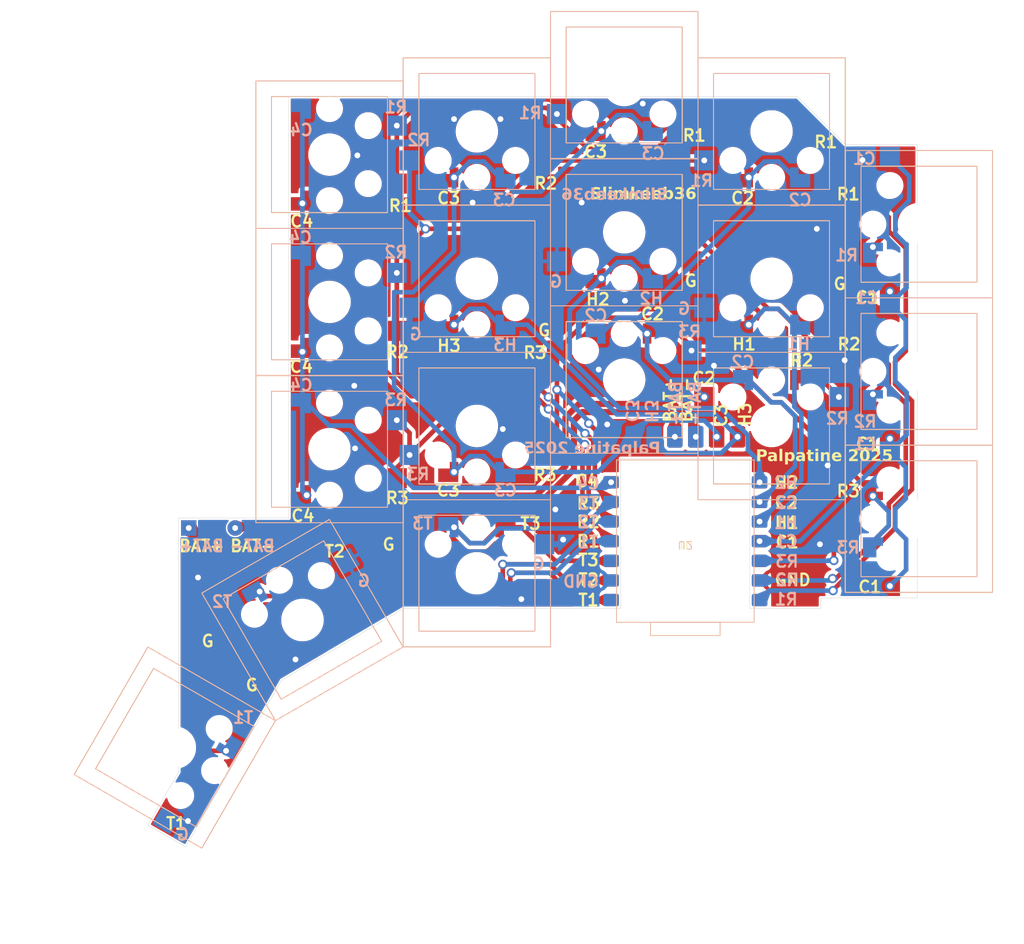
<source format=kicad_pcb>
(kicad_pcb (version 20241229) (generator "pcbnew") (generator_version "9.0")
  (layers (0 "F.Cu" signal) (2 "B.Cu" signal) (13 "F.Paste" user) (15 "B.Paste" user) (5 "F.SilkS" user "F.Silkscreen") (7 "B.SilkS" user "B.Silkscreen") (1 "F.Mask" user) (3 "B.Mask" user) (25 "Edge.Cuts" user))
  (net 0 "")
  (net 2 "/BAT-")
  (net 3 "GND")
  (net 5 "/BAT+")
  (net 8 "/C1")
  (net 9 "/R1")
  (net 10 "/C2")
  (net 11 "/C3")
  (net 12 "/R2")
  (net 13 "/C4")
  (net 14 "/H1")
  (net 15 "/H2")
  (net 16 "/H3")
  (net 17 "/R3")
  (net 18 "/T3")
  (net 19 "/T2")
  (net 20 "/T1")
  (footprint "slimkeeb:choc_v2_swap" (layer "F.Cu") (at 88.1 60.05)
    (property "Reference" "U10")
    (property "Value" "~")
  )
  (footprint "slimkeeb:choc_v2_swap" (layer "F.Cu") (at 30 126.7 60)
    (property "Reference" "U20")
    (property "Value" "~")
  )
  (footprint "slimkeeb:choc_v2_swap" (layer "F.Cu") (at 107.15 47)
    (property "Reference" "U4")
    (property "Value" "~")
  )
  (footprint "slimkeeb:choc_v2_swap" (layer "F.Cu") (at 107.15 85.1 180)
    (property "Reference" "U14")
    (property "Value" "~")
  )
  (footprint "slimkeeb:choc_v2_swap" (layer "F.Cu") (at 107.15 66.05)
    (property "Reference" "U9")
    (property "Value" "~")
  )
  (footprint "slimkeeb:choc_v2_swap" (layer "F.Cu") (at 88.1 79.1 180)
    (property "Reference" "U15")
    (property "Value" "~")
  )
  (footprint "slimkeeb:choc_v2_swap" (layer "F.Cu") (at 88.1 41)
    (property "Reference" "U5")
    (property "Value" "~")
  )
  (footprint "slimkeeb:choc_v2_swap" (layer "F.Cu") (at 126.2 59 -90)
    (property "Reference" "U3")
    (property "Value" "~")
  )
  (footprint "slimkeeb:choc_v2_swap" (layer "F.Cu") (at 50 50)
    (property "Reference" "U7")
    (property "Value" "~")
  )
  (footprint "slimkeeb:choc_v2_swap" (layer "F.Cu") (at 69.05 104.15 180)
    (property "Reference" "U18")
    (property "Value" "~")
  )
  (footprint "slimkeeb:seeed xiao nRF52840_reverse" (layer "F.Cu") (at 96 100 180)
    (property "Reference" "U1")
    (property "Value" "~")
  )
  (footprint "slimkeeb:choc_v2_swap" (layer "F.Cu") (at 50 88.1)
    (property "Reference" "U17")
    (property "Value" "~")
  )
  (footprint "slimkeeb:choc_v2_swap" (layer "F.Cu") (at 50 69.05)
    (property "Reference" "U12")
    (property "Value" "~")
  )
  (footprint "slimkeeb:choc_v2_swap" (layer "F.Cu") (at 126.2 97.1 -90)
    (property "Reference" "U13")
    (property "Value" "~")
  )
  (footprint "slimkeeb:choc_v2_swap" (layer "F.Cu") (at 69.05 66.05)
    (property "Reference" "U11")
    (property "Value" "~")
  )
  (footprint "slimkeeb:choc_v2_swap" (layer "F.Cu") (at 69.05 85.1)
    (property "Reference" "U16")
    (property "Value" "~")
  )
  (footprint "slimkeeb:choc_v2_swap" (layer "F.Cu") (at 46.5 110.2 -150)
    (property "Reference" "U19")
    (property "Value" "~")
  )
  (footprint "slimkeeb:choc_v2_swap" (layer "F.Cu") (at 126.2 78.05 -90)
    (property "Reference" "U8")
    (property "Value" "~")
  )
  (footprint "slimkeeb:choc_v2_swap" (layer "F.Cu") (at 69.05 47)
    (property "Reference" "U6")
    (property "Value" "~")
  )
  (footprint "slimkeeb:wide_jumper" (layer "F.Cu") (at 34.8 98.3)
    (property "Reference" "U39")
    (property "Value" "~" (hide yes))
  )
  (footprint "slimkeeb:choc_v2_swap" (layer "B.Cu") (at 107.15 66.05 180)
    (property "Reference" "U27")
    (property "Value" "~")
  )
  (footprint "slimkeeb:choc_v2_swap" (layer "B.Cu") (at 50 50)
    (property "Reference" "U25")
    (property "Value" "~")
  )
  (footprint "slimkeeb:choc_v2_swap" (layer "B.Cu") (at 107.15 85.1)
    (property "Reference" "U32")
    (property "Value" "~")
  )
  (footprint "slimkeeb:choc_v2_swap" (layer "B.Cu") (at 88.1 41 180)
    (property "Reference" "U23")
    (property "Value" "~")
  )
  (footprint "slimkeeb:choc_v2_swap" (layer "B.Cu") (at 50 69.05)
    (property "Reference" "U30")
    (property "Value" "~")
  )
  (footprint "slimkeeb:seeed xiao nRF52840_reverse" (layer "B.Cu") (at 96 100)
    (property "Reference" "U2")
    (property "Value" "~")
  )
  (footprint "slimkeeb:choc_v2_swap" (layer "B.Cu") (at 69.05 85.1 180)
    (property "Reference" "U34")
    (property "Value" "~")
  )
  (footprint "slimkeeb:choc_v2_swap" (layer "B.Cu") (at 88.1 79.1)
    (property "Reference" "U33")
    (property "Value" "~")
  )
  (footprint "slimkeeb:choc_v2_swap" (layer "B.Cu") (at 69.05 66.05 180)
    (property "Reference" "U29")
    (property "Value" "~")
  )
  (footprint "slimkeeb:wide_jumper" (layer "B.Cu") (at 34.8 98.3)
    (property "Reference" "U40")
    (property "Value" "~" (hide yes))
  )
  (footprint "slimkeeb:choc_v2_swap" (layer "B.Cu") (at 126.2 78.05 90)
    (property "Reference" "U26")
    (property "Value" "~")
  )
  (footprint "slimkeeb:choc_v2_swap" (layer "B.Cu") (at 50 88.1)
    (property "Reference" "U35")
    (property "Value" "~")
  )
  (footprint "slimkeeb:choc_v2_swap" (layer "B.Cu") (at 107.15 47 180)
    (property "Reference" "U22")
    (property "Value" "~")
  )
  (footprint "slimkeeb:choc_v2_swap" (layer "B.Cu") (at 69.05 104.15)
    (property "Reference" "U36")
    (property "Value" "~")
  )
  (footprint "slimkeeb:choc_v2_swap" (layer "B.Cu") (at 30 126.7 -120)
    (property "Reference" "U38")
    (property "Value" "~")
  )
  (footprint "slimkeeb:choc_v2_swap" (layer "B.Cu") (at 88.1 60.05 180)
    (property "Reference" "U28")
    (property "Value" "~")
  )
  (footprint "slimkeeb:choc_v2_swap" (layer "B.Cu") (at 69.05 47 180)
    (property "Reference" "U24")
    (property "Value" "~")
  )
  (footprint "slimkeeb:choc_v2_swap" (layer "B.Cu") (at 46.5 110.2 30)
    (property "Reference" "U37")
    (property "Value" "~")
  )
  (footprint "slimkeeb:choc_v2_swap" (layer "B.Cu") (at 126.2 59 90)
    (property "Reference" "U21")
    (property "Value" "~")
  )
  (footprint "slimkeeb:choc_v2_swap" (layer "B.Cu") (at 126.2 97.1 90)
    (property "Reference" "U31")
    (property "Value" "~")
  )
  (gr_line (start 30.5 97) (end 44.75 97) (stroke (width 0.05)) (layer "Edge.Cuts"))
  (gr_line (start 110.5 42.5) (end 116.7 48.7) (stroke (width 0.05)) (layer "Edge.Cuts"))
  (gr_line (start 43.822932 117.986528) (end 31.416197 139.545475) (stroke (width 0.05)) (layer "Edge.Cuts"))
  (gr_line (start 113.5 108.7) (end 104.35 108.7) (stroke (width 0.05)) (layer "Edge.Cuts"))
  (gr_line (start 104.35 89.3) (end 87.65 89.3) (stroke (width 0.05)) (layer "Edge.Cuts"))
  (gr_line (start 26.528316 136.737542) (end 30.5 129.861194) (stroke (width 0.05)) (layer "Edge.Cuts"))
  (gr_line (start 113.5 107.35) (end 113.5 108.7) (stroke (width 0.05)) (layer "Edge.Cuts"))
  (gr_line (start 126 48.7) (end 126 107.35) (stroke (width 0.05)) (layer "Edge.Cuts"))
  (gr_line (start 44.75 42.5) (end 110.5 42.5) (stroke (width 0.05)) (layer "Edge.Cuts"))
  (gr_line (start 59.629787 108.7) (end 43.822932 117.986528) (stroke (width 0.05)) (layer "Edge.Cuts"))
  (gr_line (start 44.75 97) (end 44.75 42.5) (stroke (width 0.05)) (layer "Edge.Cuts"))
  (gr_line (start 87.65 89.3) (end 87.65 108.7) (stroke (width 0.05)) (layer "Edge.Cuts"))
  (gr_line (start 31.416197 139.545475) (end 26.528316 136.737542) (stroke (width 0.05)) (layer "Edge.Cuts"))
  (gr_line (start 30.5 129.861194) (end 30.5 97) (stroke (width 0.05)) (layer "Edge.Cuts"))
  (gr_line (start 87.65 108.7) (end 59.629787 108.7) (stroke (width 0.05)) (layer "Edge.Cuts"))
  (gr_line (start 116.7 48.7) (end 126 48.7) (stroke (width 0.05)) (layer "Edge.Cuts"))
  (gr_line (start 104.35 108.7) (end 104.35 89.3) (stroke (width 0.05)) (layer "Edge.Cuts"))
  (gr_line (start 126 107.35) (end 113.5 107.35) (stroke (width 0.05)) (layer "Edge.Cuts"))
  (gr_text "H3" (at 104.6 85.3 90) (layer "F.SilkS") (effects (font (size 1.5 1.5) (thickness 0.3) (bold yes)) (justify left bottom)))
  (gr_text "C2" (at 90.1 71.5 0) (layer "F.SilkS") (effects (font (size 1.5 1.5) (thickness 0.3) (bold yes)) (justify left bottom)))
  (gr_text "R3" (at 81.8 96 0) (layer "F.SilkS") (effects (font (size 1.5 1.5) (thickness 0.3) (bold yes)) (justify left bottom)))
  (gr_text "G" (at 76.8 73.6 0) (layer "F.SilkS") (effects (font (size 1.5 1.5) (thickness 0.3) (bold yes)) (justify left bottom)))
  (gr_text "C3" (at 101.5 85.4 90) (layer "F.SilkS") (effects (font (size 1.5 1.5) (thickness 0.3) (bold yes)) (justify left bottom)))
  (gr_text "C3" (at 63.7 94.3 0) (layer "F.SilkS") (effects (font (size 1.5 1.5) (thickness 0.3) (bold yes)) (justify left bottom)))
  (gr_text "GND" (at 107.4 105.9 0) (layer "F.SilkS") (effects (font (size 1.5 1.5) (thickness 0.3) (bold yes)) (justify left bottom)))
  (gr_text "R3\n" (at 57.1 95.3 0) (layer "F.SilkS") (effects (font (size 1.5 1.5) (thickness 0.3) (bold yes)) (justify left bottom)))
  (gr_text "C1" (at 118.2 106.8 0) (layer "F.SilkS") (effects (font (size 1.5 1.5) (thickness 0.3) (bold yes)) (justify left bottom)))
  (gr_text "G" (at 115 67.6 0) (layer "F.SilkS") (effects (font (size 1.5 1.5) (thickness 0.3) (bold yes)) (justify left bottom)))
  (gr_text "R3\n" (at 115.4 94.4 0) (layer "F.SilkS") (effects (font (size 1.5 1.5) (thickness 0.3) (bold yes)) (justify left bottom)))
  (gr_text "R1" (at 112.5 49.25 0) (layer "F.SilkS") (effects (font (size 1.5 1.5) (thickness 0.3) (bold yes)) (justify left bottom)))
  (gr_text "G" (at 95.75 67.2 0) (layer "F.SilkS") (effects (font (size 1.5 1.5) (thickness 0.3) (bold yes)) (justify left bottom)))
  (gr_text "R1" (at 115.4 56 0) (layer "F.SilkS") (effects (font (size 1.5 1.5) (thickness 0.3) (bold yes)) (justify left bottom)))
  (gr_text "Slimkeeb36" (at 83.7 56 0) (layer "F.SilkS") (effects (font (size 1.5 1.5) (thickness 0.3) (bold yes)) (justify left bottom)))
  (gr_text "BAT-" (at 97 84.8 90) (layer "F.SilkS") (effects (font (size 1.5 1.5) (thickness 0.3) (bold yes)) (justify left bottom)))
  (gr_text "H2" (at 83 69.6 0) (layer "F.SilkS") (effects (font (size 1.5 1.5) (thickness 0.3) (bold yes)) (justify left bottom)))
  (gr_text "T3" (at 74.5 98.6 0) (layer "F.SilkS") (effects (font (size 1.5 1.5) (thickness 0.3) (bold yes)) (justify left bottom)))
  (gr_text "C4" (at 81.6 93.1 0) (layer "F.SilkS") (effects (font (size 1.5 1.5) (thickness 0.3) (bold yes)) (justify left bottom)))
  (gr_text "R3\n" (at 74.9 76.5 0) (layer "F.SilkS") (effects (font (size 1.5 1.5) (thickness 0.3) (bold yes)) (justify left bottom)))
  (gr_text "H1" (at 101.9 75.4 0) (layer "F.SilkS") (effects (font (size 1.5 1.5) (thickness 0.3) (bold yes)) (justify left bottom)))
  (gr_text "BAT+" (at 30.4 101.5 0) (layer "F.SilkS") (effects (font (size 1.5 1.5) (thickness 0.3) (bold yes)) (justify left bottom)))
  (gr_text "R2" (at 115.5 75.4 0) (layer "F.SilkS") (effects (font (size 1.5 1.5) (thickness 0.3) (bold yes)) (justify left bottom)))
  (gr_text "C3" (at 63.75 56.5 0) (layer "F.SilkS") (effects (font (size 1.5 1.5) (thickness 0.3) (bold yes)) (justify left bottom)))
  (gr_text "G" (at 33.3 113.8 0) (layer "F.SilkS") (effects (font (size 1.5 1.5) (thickness 0.3) (bold yes)) (justify left bottom)))
  (gr_text "R2" (at 76.3 54.6 0) (layer "F.SilkS") (effects (font (size 1.5 1.5) (thickness 0.3) (bold yes)) (justify left bottom)))
  (gr_text "R2" (at 81.8 98.4 0) (layer "F.SilkS") (effects (font (size 1.5 1.5) (thickness 0.3) (bold yes)) (justify left bottom)))
  (gr_text "G" (at 56.7 101.3 0) (layer "F.SilkS") (effects (font (size 1.5 1.5) (thickness 0.3) (bold yes)) (justify left bottom)))
  (gr_text "C4" (at 44.7 78.3 0) (layer "F.SilkS") (effects (font (size 1.5 1.5) (thickness 0.3) (bold yes)) (justify left bottom)))
  (gr_text "C2" (at 96.75 79.8 0) (layer "F.SilkS") (effects (font (size 1.5 1.5) (thickness 0.3) (bold yes)) (justify left bottom)))
  (gr_text "R2" (at 109.4 77.5 0) (layer "F.SilkS") (effects (font (size 1.5 1.5) (thickness 0.3) (bold yes)) (justify left bottom)))
  (gr_text "R1" (at 95.5 48.4 0) (layer "F.SilkS") (effects (font (size 1.5 1.5) (thickness 0.3) (bold yes)) (justify left bottom)))
  (gr_text "H2" (at 107.4 93.3 0) (layer "F.SilkS") (effects (font (size 1.5 1.5) (thickness 0.3) (bold yes)) (justify left bottom)))
  (gr_text "C1" (at 117.9 88.3 0) (layer "F.SilkS") (effects (font (size 1.5 1.5) (thickness 0.3) (bold yes)) (justify left bottom)))
  (gr_text "Palpatine 2025" (at 105.1 89.9 0) (layer "F.SilkS") (effects (font (size 1.5 1.5) (thickness 0.3) (bold yes)) (justify left bottom)))
  (gr_text "C2" (at 107.4 95.9 0) (layer "F.SilkS") (effects (font (size 1.5 1.5) (thickness 0.3) (bold yes)) (justify left bottom)))
  (gr_text "T1" (at 28.7 137.4 0) (layer "F.SilkS") (effects (font (size 1.5 1.5) (thickness 0.3) (bold yes)) (justify left bottom)))
  (gr_text "R1" (at 81.8 100.9 0) (layer "F.SilkS") (effects (font (size 1.5 1.5) (thickness 0.3) (bold yes)) (justify left bottom)))
  (gr_text "T1" (at 82 108.5 0) (layer "F.SilkS") (effects (font (size 1.5 1.5) (thickness 0.3) (bold yes)) (justify left bottom)))
  (gr_text "H3" (at 63.75 75.6 0) (layer "F.SilkS") (effects (font (size 1.5 1.5) (thickness 0.3) (bold yes)) (justify left bottom)))
  (gr_text "BAT+" (at 94.9 84.8 90) (layer "F.SilkS") (effects (font (size 1.5 1.5) (thickness 0.3) (bold yes)) (justify left bottom)))
  (gr_text "C4" (at 44.9 97.6 0) (layer "F.SilkS") (effects (font (size 1.5 1.5) (thickness 0.3) (bold yes)) (justify left bottom)))
  (gr_text "BAT-" (at 37 101.5 0) (layer "F.SilkS") (effects (font (size 1.5 1.5) (thickness 0.3) (bold yes)) (justify left bottom)))
  (gr_text "R2" (at 57.1 76.4 0) (layer "F.SilkS") (effects (font (size 1.5 1.5) (thickness 0.3) (bold yes)) (justify left bottom)))
  (gr_text "T2" (at 49.2 102.2 0) (layer "F.SilkS") (effects (font (size 1.5 1.5) (thickness 0.3) (bold yes)) (justify left bottom)))
  (gr_text "H1" (at 107.4 98.5 0) (layer "F.SilkS") (effects (font (size 1.5 1.5) (thickness 0.3) (bold yes)) (justify left bottom)))
  (gr_text "C1" (at 117.85 69.37 0) (layer "F.SilkS") (effects (font (size 1.5 1.5) (thickness 0.3) (bold yes)) (justify left bottom)))
  (gr_text "T2" (at 82 105.861731 0) (layer "F.SilkS") (effects (font (size 1.5 1.5) (thickness 0.3) (bold yes)) (justify left bottom)))
  (gr_text "R3\n" (at 76.2 92.3 0) (layer "F.SilkS") (effects (font (size 1.5 1.5) (thickness 0.3) (bold yes)) (justify left bottom)))
  (gr_text "R1" (at 57.5 57.5 0) (layer "F.SilkS") (effects (font (size 1.5 1.5) (thickness 0.3) (bold yes)) (justify left bottom)))
  (gr_text "T3" (at 82 103.321731 0) (layer "F.SilkS") (effects (font (size 1.5 1.5) (thickness 0.3) (bold yes)) (justify left bottom)))
  (gr_text "C2" (at 101.75 56.5 0) (layer "F.SilkS") (effects (font (size 1.5 1.5) (thickness 0.3) (bold yes)) (justify left bottom)))
  (gr_text "C1" (at 107.5 101 0) (layer "F.SilkS") (effects (font (size 1.5 1.5) (thickness 0.3) (bold yes)) (justify left bottom)))
  (gr_text "C3" (at 82.75 50.5 0) (layer "F.SilkS") (effects (font (size 1.5 1.5) (thickness 0.3) (bold yes)) (justify left bottom)))
  (gr_text "G" (at 39 119.5 0) (layer "F.SilkS") (effects (font (size 1.5 1.5) (thickness 0.3) (bold yes)) (justify left bottom)))
  (gr_text "C4" (at 44.75 59.5 0) (layer "F.SilkS") (effects (font (size 1.5 1.5) (thickness 0.3) (bold yes)) (justify left bottom)))
  (gr_text "C3" (at 74.4 94.3 0) (layer "B.SilkS") (effects (font (size 1.5 1.5) (thickness 0.3) (bold yes)) (justify left bottom mirror)))
  (gr_text "C1" (at 110.7 100.9 0) (layer "B.SilkS") (effects (font (size 1.5 1.5) (thickness 0.3) (bold yes)) (justify left bottom mirror)))
  (gr_text "R3" (at 110.8 103.5 0) (layer "B.SilkS") (effects (font (size 1.5 1.5) (thickness 0.3) (bold yes)) (justify left bottom mirror)))
  (gr_text "H2" (at 93.3 69.5 0) (layer "B.SilkS") (effects (font (size 1.5 1.5) (thickness 0.3) (bold yes)) (justify left bottom mirror)))
  (gr_text "C1" (at 121.1 69.4 0) (layer "B.SilkS") (effects (font (size 1.5 1.5) (thickness 0.3) (bold yes)) (justify left bottom mirror)))
  (gr_text "C4" (at 85.1 93.4 0) (layer "B.SilkS") (effects (font (size 1.5 1.5) (thickness 0.3) (bold yes)) (justify left bottom mirror)))
  (gr_text "R3" (at 98.2 73.8 0) (layer "B.SilkS") (effects (font (size 1.5 1.5) (thickness 0.3) (bold yes)) (justify left bottom mirror)))
  (gr_text "Palpatine 2025" (at 92.8 88.9 0) (layer "B.SilkS") (effects (font (size 1.5 1.5) (thickness 0.3) (bold yes)) (justify left bottom mirror)))
  (gr_text "H1" (at 110.7 98.5 0) (layer "B.SilkS") (effects (font (size 1.5 1.5) (thickness 0.3) (bold yes)) (justify left bottom mirror)))
  (gr_text "C1" (at 120.9 88.33 0) (layer "B.SilkS") (effects (font (size 1.5 1.5) (thickness 0.3) (bold yes)) (justify left bottom mirror)))
  (gr_text "BAT-" (at 43.1 101.5 0) (layer "B.SilkS") (effects (font (size 1.5 1.5) (thickness 0.3) (bold yes)) (justify left bottom mirror)))
  (gr_text "R1" (at 110.7 108.4 0) (layer "B.SilkS") (effects (font (size 1.5 1.5) (thickness 0.3) (bold yes)) (justify left bottom mirror)))
  (gr_text "C3" (at 93.5 50.75 0) (layer "B.SilkS") (effects (font (size 1.5 1.5) (thickness 0.3) (bold yes)) (justify left bottom mirror)))
  (gr_text "BAT+" (at 95.6 79.1 90) (layer "B.SilkS") (effects (font (size 1.5 1.5) (thickness 0.3) (bold yes)) (justify left bottom mirror)))
  (gr_text "C3" (at 74.25 56.75 0) (layer "B.SilkS") (effects (font (size 1.5 1.5) (thickness 0.3) (bold yes)) (justify left bottom mirror)))
  (gr_text "R1" (at 118.5 63.9 0) (layer "B.SilkS") (effects (font (size 1.5 1.5) (thickness 0.3) (bold yes)) (justify left bottom mirror)))
  (gr_text "T3" (at 84.9 96 0) (layer "B.SilkS") (effects (font (size 1.5 1.5) (thickness 0.3) (bold yes)) (justify left bottom mirror)))
  (gr_text "R2" (at 120.9 85.4 0) (layer "B.SilkS") (effects (font (size 1.5 1.5) (thickness 0.3) (bold yes)) (justify left bottom mirror)))
  (gr_text "R2" (at 63.2 49 0) (layer "B.SilkS") (effects (font (size 1.5 1.5) (thickness 0.3) (bold yes)) (justify left bottom mirror)))
  (gr_text "H3" (at 90.7 84.9 270) (layer "B.SilkS") (effects (font (size 1.5 1.5) (thickness 0.3) (bold yes)) (justify left bottom mirror)))
  (gr_text "T1" (at 40.3 123.7 0) (layer "B.SilkS") (effects (font (size 1.5 1.5) (thickness 0.3) (bold yes)) (justify left bottom mirror)))
  (gr_text "C2" (at 105.1 77.7 0) (layer "B.SilkS") (effects (font (size 1.5 1.5) (thickness 0.3) (bold yes)) (justify left bottom mirror)))
  (gr_text "C2" (at 86.1 71.7 0) (layer "B.SilkS") (effects (font (size 1.5 1.5) (thickness 0.3) (bold yes)) (justify left bottom mirror)))
  (gr_text "H3" (at 74.4 75.5 0) (layer "B.SilkS") (effects (font (size 1.5 1.5) (thickness 0.3) (bold yes)) (justify left bottom mirror)))
  (gr_text "R1" (at 60.25 44.75 0) (layer "B.SilkS") (effects (font (size 1.5 1.5) (thickness 0.3) (bold yes)) (justify left bottom mirror)))
  (gr_text "H1" (at 112.3 75.4 0) (layer "B.SilkS") (effects (font (size 1.5 1.5) (thickness 0.3) (bold yes)) (justify left bottom mirror)))
  (gr_text "R3" (at 63.1 92.2 0) (layer "B.SilkS") (effects (font (size 1.5 1.5) (thickness 0.3) (bold yes)) (justify left bottom mirror)))
  (gr_text "G" (at 96.8 70.8 0) (layer "B.SilkS") (effects (font (size 1.5 1.5) (thickness 0.3) (bold yes)) (justify left bottom mirror)))
  (gr_text "C4" (at 47.9 61.6 0) (layer "B.SilkS") (effects (font (size 1.5 1.5) (thickness 0.3) (bold yes)) (justify left bottom mirror)))
  (gr_text "T2" (at 37.6 108.7 0) (layer "B.SilkS") (effects (font (size 1.5 1.5) (thickness 0.3) (bold yes)) (justify left bottom mirror)))
  (gr_text "BAT-" (at 98.1 79.1 90) (layer "B.SilkS") (effects (font (size 1.5 1.5) (thickness 0.3) (bold yes)) (justify left bottom mirror)))
  (gr_text "C4" (at 48 47.7 0) (layer "B.SilkS") (effects (font (size 1.5 1.5) (thickness 0.3) (bold yes)) (justify left bottom mirror)))
  (gr_text "T1" (at 84.9 101 0) (layer "B.SilkS") (effects (font (size 1.5 1.5) (thickness 0.3) (bold yes)) (justify left bottom mirror)))
  (gr_text "G" (at 78 103.8 0) (layer "B.SilkS") (effects (font (size 1.5 1.5) (thickness 0.3) (bold yes)) (justify left bottom mirror)))
  (gr_text "H2" (at 110.7 93.3 0) (layer "B.SilkS") (effects (font (size 1.5 1.5) (thickness 0.3) (bold yes)) (justify left bottom mirror)))
  (gr_text "R1" (at 99.75 54.25 0) (layer "B.SilkS") (effects (font (size 1.5 1.5) (thickness 0.3) (bold yes)) (justify left bottom mirror)))
  (gr_text "R3" (at 118.7 101.7 0) (layer "B.SilkS") (effects (font (size 1.5 1.5) (thickness 0.3) (bold yes)) (justify left bottom mirror)))
  (gr_text "G" (at 55.4 106 0) (layer "B.SilkS") (effects (font (size 1.5 1.5) (thickness 0.3) (bold yes)) (justify left bottom mirror)))
  (gr_text "G" (at 80.25 67.3 0) (layer "B.SilkS") (effects (font (size 1.5 1.5) (thickness 0.3) (bold yes)) (justify left bottom mirror)))
  (gr_text "C4" (at 48 80.7 0) (layer "B.SilkS") (effects (font (size 1.5 1.5) (thickness 0.3) (bold yes)) (justify left bottom mirror)))
  (gr_text "R3" (at 60.25 82.6 0) (layer "B.SilkS") (effects (font (size 1.5 1.5) (thickness 0.3) (bold yes)) (justify left bottom mirror)))
  (gr_text "R2" (at 110.8 105.9 0) (layer "B.SilkS") (effects (font (size 1.5 1.5) (thickness 0.3) (bold yes)) (justify left bottom mirror)))
  (gr_text "R1" (at 77.6 45.5 0) (layer "B.SilkS") (effects (font (size 1.5 1.5) (thickness 0.3) (bold yes)) (justify left bottom mirror)))
  (gr_text "R2" (at 60.25 63.5 0) (layer "B.SilkS") (effects (font (size 1.5 1.5) (thickness 0.3) (bold yes)) (justify left bottom mirror)))
  (gr_text "T2" (at 84.9 98.4 0) (layer "B.SilkS") (effects (font (size 1.5 1.5) (thickness 0.3) (bold yes)) (justify left bottom mirror)))
  (gr_text "R2" (at 117.3 85 0) (layer "B.SilkS") (effects (font (size 1.5 1.5) (thickness 0.3) (bold yes)) (justify left bottom mirror)))
  (gr_text "BAT+" (at 36.5 101.5 0) (layer "B.SilkS") (effects (font (size 1.5 1.5) (thickness 0.3) (bold yes)) (justify left bottom mirror)))
  (gr_text "GND" (at 85 106.1 0) (layer "B.SilkS") (effects (font (size 1.5 1.5) (thickness 0.3) (bold yes)) (justify left bottom mirror)))
  (gr_text "T3" (at 63.5 98.6 0) (layer "B.SilkS") (effects (font (size 1.5 1.5) (thickness 0.3) (bold yes)) (justify left bottom mirror)))
  (gr_text "C2" (at 112.5 56.75 0) (layer "B.SilkS") (effects (font (size 1.5 1.5) (thickness 0.3) (bold yes)) (justify left bottom mirror)))
  (gr_text "G" (at 65.25 101.5 0) (layer "B.SilkS") (effects (font (size 1.5 1.5) (thickness 0.3) (bold yes)) (justify left bottom mirror)))
  (gr_text "G" (at 62.1 74.1 0) (layer "B.SilkS") (effects (font (size 1.5 1.5) (thickness 0.3) (bold yes)) (justify left bottom mirror)))
  (gr_text "C2" (at 110.7 95.9 0) (layer "B.SilkS") (effects (font (size 1.5 1.5) (thickness 0.3) (bold yes)) (justify left bottom mirror)))
  (gr_text "Slimkeeb36" (at 93.712056 56.1 0) (layer "B.SilkS") (effects (font (size 1.5 1.5) (thickness 0.3) (bold yes)) (justify left bottom mirror)))
  (gr_text "C3" (at 88.2 84.8 270) (layer "B.SilkS") (effects (font (size 1.5 1.5) (thickness 0.3) (bold yes)) (justify left bottom mirror)))
  (gr_text "C1" (at 120.8 51.4 0) (layer "B.SilkS") (effects (font (size 1.5 1.5) (thickness 0.3) (bold yes)) (justify left bottom mirror)))
  (gr_text "G" (at 32 138.8 0) (layer "B.SilkS") (effects (font (size 1.5 1.5) (thickness 0.3) (bold yes)) (justify left bottom mirror)))
  (segment (start 82.249 82.251) (end 94.500999 82.251) (width 0.8) (layer "F.Cu") (net 2))
  (segment (start 76.702 94.1) (end 80.501 90.301) (width 0.8) (layer "F.Cu") (net 2))
  (segment (start 51 98.3) (end 55.2 94.1) (width 0.8) (layer "F.Cu") (net 2))
  (segment (start 94.500999 82.251) (end 97.35 85.100001) (width 0.8) (layer "F.Cu") (net 2))
  (segment (start 80.501 83.999) (end 82.249 82.251) (width 0.8) (layer "F.Cu") (net 2))
  (segment (start 97.35 85.100001) (end 97.35 86.5) (width 0.8) (layer "F.Cu") (net 2))
  (segment (start 37.8 98.3) (end 51 98.3) (width 0.8) (layer "F.Cu") (net 2))
  (segment (start 55.2 94.1) (end 76.702 94.1) (width 0.8) (layer "F.Cu") (net 2))
  (segment (start 80.501 90.301) (end 80.501 83.999) (width 0.8) (layer "F.Cu") (net 2))
  (via (at 97.35 86.5) (size 1.2) (drill 0.75) (layers "F.Cu" "B.Cu") (net 2))
  (via (at 37.8 98.3) (size 1.2) (drill 0.75) (layers "F.Cu" "B.Cu") (net 2))
  (via (at 113.4 100.4) (size 1.2) (drill 0.75) (layers "F.Cu" "B.Cu") (net 3))
  (via (at 116.6 76.6) (size 1.2) (drill 0.75) (layers "F.Cu" "B.Cu") (net 3))
  (via (at 90.5 43.4) (size 1.2) (drill 0.75) (layers "F.Cu" "B.Cu") (net 3))
  (via (at 53.2 79.9) (size 1.2) (drill 0.75) (layers "F.Cu" "B.Cu") (net 3))
  (via (at 114.4 90.2) (size 1.2) (drill 0.75) (layers "F.Cu" "B.Cu") (net 3))
  (via (at 85.9 84.9) (size 1.2) (drill 0.75) (layers "F.Cu" "B.Cu") (net 3))
  (via (at 74.8 107.5) (size 1.2) (drill 0.75) (layers "F.Cu" "B.Cu") (net 3))
  (via (at 84.8 77.8) (size 1.2) (drill 0.75) (layers "F.Cu" "B.Cu") (net 3))
  (via (at 99.7 77.3) (size 1.2) (drill 0.75) (layers "F.Cu" "B.Cu") (net 3))
  (via (at 80.2 99.8) (size 1.2) (drill 0.75) (layers "F.Cu" "B.Cu") (net 3))
  (via (at 45.6 115.3) (size 1.2) (drill 0.75) (layers "F.Cu" "B.Cu") (net 3))
  (via (at 113 59.6) (size 1.2) (drill 0.75) (layers "F.Cu" "B.Cu") (net 3))
  (via (at 66.1 45.4) (size 1.2) (drill 0.75) (layers "F.Cu" "B.Cu") (net 3))
  (via (at 82.6 56.2) (size 1.2) (drill 0.75) (layers "F.Cu" "B.Cu") (net 3))
  (via (at 79.2 95.9) (size 1.2) (drill 0.75) (layers "F.Cu" "B.Cu") (net 3))
  (via (at 68.5 56.2) (size 1.2) (drill 0.75) (layers "F.Cu" "B.Cu") (net 3))
  (via (at 72.4 85.5) (size 1.2) (drill 0.75) (layers "F.Cu" "B.Cu") (net 3))
  (via (at 53.6 50.1) (size 1.2) (drill 0.75) (layers "F.Cu" "B.Cu") (net 3))
  (via (at 53.3 88) (size 1.2) (drill 0.75) (layers "F.Cu" "B.Cu") (net 3))
  (via (at 31.7 136.2) (size 1.2) (drill 0.75) (layers "F.Cu" "B.Cu") (net 3))
  (via (at 118.9 50.7) (size 1.2) (drill 0.75) (layers "F.Cu" "B.Cu") (net 3))
  (via (at 72.1 45.4) (size 1.2) (drill 0.75) (layers "F.Cu" "B.Cu") (net 3))
  (via (at 88.2 68.9) (size 1.2) (drill 0.75) (layers "F.Cu" "B.Cu") (net 3))
  (via (at 33 104.7) (size 1.2) (drill 0.75) (layers "F.Cu" "B.Cu") (net 3))
  (segment (start 31.609421 136.109421) (end 31.7 136.2) (width 0.8) (layer "B.Cu") (net 3))
  (segment (start 60.5 69.8) (end 62.5 67.8) (width 0.8) (layer "B.Cu") (net 3))
  (segment (start 30.109421 136.109421) (end 30.7 136.7) (width 0.8) (layer "B.Cu") (net 3))
  (segment (start 60.35 71.95) (end 60.35 69.8) (width 0.8) (layer "B.Cu") (net 3))
  (segment (start 28.897595 136.109421) (end 30.109421 136.109421) (width 0.8) (layer "B.Cu") (net 3))
  (segment (start 79.6 100.4) (end 80.2 99.8) (width 0.8) (layer "B.Cu") (net 3))
  (segment (start 60.35 71.95) (end 60.4 72) (width 0.8) (layer "B.Cu") (net 3))
  (segment (start 60.35 69.8) (end 60.5 69.8) (width 0.8) (layer "B.Cu") (net 3))
  (segment (start 77.75 100.4) (end 79.6 100.4) (width 0.8) (layer "B.Cu") (net 3))
  (segment (start 28.897595 136.109421) (end 31.609421 136.109421) (width 0.8) (layer "B.Cu") (net 3))
  (segment (start 81.6 90.688338) (end 81.6 84.4) (width 0.8) (layer "F.Cu") (net 5))
  (segment (start 51.435339 99.350999) (end 55.635338 95.151) (width 0.8) (layer "F.Cu") (net 5))
  (segment (start 81.6 84.4) (end 82.698 83.302) (width 0.8) (layer "F.Cu") (net 5))
  (segment (start 38.55 99.901) (end 39.1 99.351) (width 0.8) (layer "F.Cu") (net 5))
  (segment (start 94.65 86.5) (end 94.65 86.85) (width 0.8) (layer "F.Cu") (net 5))
  (segment (start 82.698 83.302) (end 94.065661 83.302) (width 0.8) (layer "F.Cu") (net 5))
  (segment (start 94.65 83.886339) (end 94.65 86.5) (width 0.8) (layer "F.Cu") (net 5))
  (segment (start 39.1 99.351) (end 51.435339 99.350999) (width 0.8) (layer "F.Cu") (net 5))
  (segment (start 31.8 98.3) (end 33.401 99.901) (width 0.8) (layer "F.Cu") (net 5))
  (segment (start 94.065661 83.302) (end 94.65 83.886339) (width 0.8) (layer "F.Cu") (net 5))
  (segment (start 55.635338 95.151) (end 77.137339 95.150999) (width 0.8) (layer "F.Cu") (net 5))
  (segment (start 77.137339 95.150999) (end 81.6 90.688338) (width 0.8) (layer "F.Cu") (net 5))
  (segment (start 33.401 99.901) (end 38.55 99.901) (width 0.8) (layer "F.Cu") (net 5))
  (via (at 94.65 86.5) (size 1.2) (drill 0.75) (layers "F.Cu" "B.Cu") (net 5))
  (via (at 31.8 98.3) (size 1.2) (drill 0.75) (layers "F.Cu" "B.Cu") (net 5))
  (via (at 122.45 105.8) (size 1.2) (drill 0.75) (layers "F.Cu" "B.Cu") (net 8))
  (via (at 122.45 67.7) (size 1.2) (drill 0.75) (layers "F.Cu" "B.Cu") (net 8))
  (via (at 105.6 100) (size 1.2) (drill 0.75) (layers "F.Cu" "B.Cu") (net 8))
  (via (at 122.45 86.75) (size 1.2) (drill 0.75) (layers "F.Cu" "B.Cu") (net 8))
  (segment (start 124.6 61.6) (end 124.6 67.2) (width 0.6) (layer "B.Cu") (net 8))
  (segment (start 124.501 94.484234) (end 123.149 95.836234) (width 0.6) (layer "B.Cu") (net 8))
  (segment (start 124.542617 99.757383) (end 124.542617 103.707383) (width 0.6) (layer "B.Cu") (net 8))
  (segment (start 124.542617 103.707383) (end 122.45 105.8) (width 0.6) (layer "B.Cu") (net 8))
  (segment (start 123.149 98.363766) (end 124.542617 99.757383) (width 0.6) (layer "B.Cu") (net 8))
  (segment (start 124.485234 61.6) (end 124.6 61.6) (width 0.6) (layer "B.Cu") (net 8))
  (segment (start 105.6 100) (end 110.85 100) (width 0.6) (layer "B.Cu") (net 8))
  (segment (start 122.45 88.4) (end 122.45 86.75) (width 0.6) (layer "B.Cu") (net 8))
  (segment (start 124.6 67.2) (end 122.45 69.35) (width 0.6) (layer "B.Cu") (net 8))
  (segment (start 124.617617 86.232383) (end 122.45 88.4) (width 0.6) (layer "B.Cu") (net 8))
  (segment (start 122.45 50.3) (end 124.936234 52.786234) (width 0.6) (layer "B.Cu") (net 8))
  (segment (start 122.45 88.4) (end 124.501 90.451) (width 0.6) (layer "B.Cu") (net 8))
  (segment (start 124.617617 80.782383) (end 124.617617 86.232383) (width 0.6) (layer "B.Cu") (net 8))
  (segment (start 110.85 100) (end 122.45 88.4) (width 0.6) (layer "B.Cu") (net 8))
  (segment (start 124.936234 55.949) (end 123.149 57.736234) (width 0.6) (layer "B.Cu") (net 8))
  (segment (start 122.45 69.35) (end 122.45 67.7) (width 0.6) (layer "B.Cu") (net 8))
  (segment (start 123.149 79.313766) (end 124.617617 80.782383) (width 0.6) (layer "B.Cu") (net 8))
  (segment (start 124.501 74.899) (end 123.149 76.251) (width 0.6) (layer "B.Cu") (net 8))
  (segment (start 123.149 57.736234) (end 123.149 60.263766) (width 0.6) (layer "B.Cu") (net 8))
  (segment (start 124.501 90.451) (end 124.501 94.484234) (width 0.6) (layer "B.Cu") (net 8))
  (segment (start 124.936234 52.786234) (end 124.936234 55.949) (width 0.6) (layer "B.Cu") (net 8))
  (segment (start 123.149 95.836234) (end 123.149 98.363766) (width 0.6) (layer "B.Cu") (net 8))
  (segment (start 122.45 69.35) (end 124.501 71.401) (width 0.6) (layer "B.Cu") (net 8))
  (segment (start 123.149 60.263766) (end 124.485234 61.6) (width 0.6) (layer "B.Cu") (net 8))
  (segment (start 123.149 76.251) (end 123.149 79.313766) (width 0.6) (layer "B.Cu") (net 8))
  (segment (start 124.501 71.401) (end 124.501 74.899) (width 0.6) (layer "B.Cu") (net 8))
  (segment (start 52.949 59.501) (end 52.949 66.149552) (width 0.6) (layer "F.Cu") (net 9))
  (segment (start 123.102 95.498) (end 123.102 98.330786) (width 0.6) (layer "F.Cu") (net 9))
  (segment (start 123.116669 79.683331) (end 125.302 81.868663) (width 0.6) (layer "F.Cu") (net 9))
  (segment (start 79.117203 44.982797) (end 83.135406 49.001) (width 0.6) (layer "F.Cu") (net 9))
  (segment (start 122.3 59.9) (end 124.501 62.101) (width 0.6) (layer "F.Cu") (net 9))
  (segment (start 79.117203 44.982797) (end 79.35 44.75) (width 0.6) (layer "F.Cu") (net 9))
  (segment (start 58.7 53.75) (end 52.949 59.501) (width 0.6) (layer "F.Cu") (net 9))
  (segment (start 123.116669 76.804546) (end 123.116669 79.683331) (width 0.6) (layer "F.Cu") (net 9))
  (segment (start 122.166393 99.266393) (end 115.1 106.332786) (width 0.6) (layer "F.Cu") (net 9))
  (segment (start 122.3 58.1) (end 122.3 59.9) (width 0.6) (layer "F.Cu") (net 9))
  (segment (start 97.601 43.949) (end 109.049 43.949) (width 0.6) (layer "F.Cu") (net 9))
  (segment (start 52.949 71.950448) (end 52.949 73.649552) (width 0.6) (layer "F.Cu") (net 9))
  (segment (start 76.648 81.248) (end 78.3 82.9) (width 0.6) (layer "F.Cu") (net 9))
  (segment (start 125.302 81.868663) (end 125.302 93.298) (width 0.6) (layer "F.Cu") (net 9))
  (segment (start 82.701 87.799) (end 82.701 96.301) (width 0.6) (layer "F.Cu") (net 9))
  (segment (start 96.8 44.75) (end 97.601 43.949) (width 0.6) (layer "F.Cu") (net 9))
  (segment (start 52.949 66.149552) (end 53.7 66.900552) (width 0.6) (layer "F.Cu") (net 9))
  (segment (start 58.7 46.25) (end 61.001 43.949) (width 0.6) (layer "F.Cu") (net 9))
  (segment (start 109.049 43.949) (end 115.85 50.75) (width 0.6) (layer "F.Cu") (net 9))
  (segment (start 122.3 59.9) (end 120.25 61.95) (width 0.6) (layer "F.Cu") (net 9))
  (segment (start 124.501 62.101) (end 124.501 75.420215) (width 0.6) (layer "F.Cu") (net 9))
  (segment (start 52.949 73.649552) (end 60.547448 81.248) (width 0.6) (layer "F.Cu") (net 9))
  (segment (start 92.549 49.001) (end 96.8 44.75) (width 0.6) (layer "F.Cu") (net 9))
  (segment (start 78.083406 43.949) (end 79.117203 44.982797) (width 0.6) (layer "F.Cu") (net 9))
  (segment (start 79.35 44.75) (end 79.4 44.75) (width 0.6) (layer "F.Cu") (net 9))
  (segment (start 115.1 106.332786) (end 115.1 106.4) (width 0.6) (layer "F.Cu") (net 9))
  (segment (start 115.85 50.75) (end 120.25 55.15) (width 0.6) (layer "F.Cu") (net 9))
  (segment (start 83 87.5) (end 82.701 87.799) (width 0.6) (layer "F.Cu") (net 9))
  (segment (start 53.7 66.900552) (end 53.7 71.199448) (width 0.6) (layer "F.Cu") (net 9))
  (segment (start 120.25 55.15) (end 120.25 56.05) (width 0.6) (layer "F.Cu") (net 9))
  (segment (start 124.501 75.420215) (end 123.116669 76.804546) (width 0.6) (layer "F.Cu") (net 9))
  (segment (start 61.001 43.949) (end 78.083406 43.949) (width 0.6) (layer "F.Cu") (net 9))
  (segment (start 83.135406 49.001) (end 92.549 49.001) (width 0.6) (layer "F.Cu") (net 9))
  (segment (start 94.298 50.75) (end 98.45 50.75) (width 0.6) (layer "F.Cu") (net 9))
  (segment (start 82.701 96.301) (end 86.4 100) (width 0.6) (layer "F.Cu") (net 9))
  (segment (start 92.549 49.001) (end 94.298 50.75) (width 0.6) (layer "F.Cu") (net 9))
  (segment (start 60.547448 81.248) (end 76.648 81.248) (width 0.6) (layer "F.Cu") (net 9))
  (segment (start 125.302 93.298) (end 123.102 95.498) (width 0.6) (layer "F.Cu") (net 9))
  (segment (start 123.102 98.330786) (end 122.166393 99.266393) (width 0.6) (layer "F.Cu") (net 9))
  (segment (start 58.7 53.75) (end 58.7 46.25) (width 0.6) (layer "F.Cu") (net 9))
  (segment (start 53.7 71.199448) (end 52.949 71.950448) (width 0.6) (layer "F.Cu") (net 9))
  (segment (start 120.25 56.05) (end 122.3 58.1) (width 0.6) (layer "F.Cu") (net 9))
  (via (at 78.3 82.9) (size 1.2) (drill 0.75) (layers "F.Cu" "B.Cu") (net 9))
  (via (at 83 87.5) (size 1.2) (drill 0.75) (layers "F.Cu" "B.Cu") (net 9))
  (via (at 98.45 50.75) (size 1.2) (drill 0.75) (layers "F.Cu" "B.Cu") (net 9))
  (via (at 58.7 46.25) (size 1.2) (drill 0.75) (layers "F.Cu" "B.Cu") (net 9))
  (via (at 79.4 44.75) (size 1.2) (drill 0.75) (layers "F.Cu" "B.Cu") (net 9))
  (via (at 115.1 106.4) (size 1.2) (drill 0.75) (layers "F.Cu" "B.Cu") (net 9))
  (via (at 120.25 61.95) (size 1.2) (drill 0.75) (layers "F.Cu" "B.Cu") (net 9))
  (segment (start 78.3 82.9) (end 82.9 87.5) (width 0.6) (layer "B.Cu") (net 9))
  (segment (start 82.9 87.5) (end 83 87.5) (width 0.6) (layer "B.Cu") (net 9))
  (segment (start 106.82 106.4) (end 105.6 107.62) (width 0.6) (layer "B.Cu") (net 9))
  (segment (start 115.1 106.4) (end 106.82 106.4) (width 0.6) (layer "B.Cu") (net 9))
  (via (at 98.45 81.35) (size 1.2) (drill 0.75) (layers "F.Cu" "B.Cu") (net 10))
  (via (at 104.2 52.95) (size 1.2) (drill 0.75) (layers "F.Cu" "B.Cu") (net 10))
  (via (at 91.05 73.15) (size 1.2) (drill 0.75) (layers "F.Cu" "B.Cu") (net 10))
  (via (at 105.6 94.92) (size 1.2) (drill 0.75) (layers "F.Cu" "B.Cu") (net 10))
  (segment (start 88.999 71.099) (end 90.016594 71.099) (width 0.6) (layer "B.Cu") (net 10))
  (segment (start 106.251 50.899) (end 104.2 52.95) (width 0.6) (layer "B.Cu") (net 10))
  (segment (start 104.2 79.15) (end 107.099 82.049) (width 0.6) (layer "B.Cu") (net 10))
  (segment (start 96.25 79.15) (end 98.45 81.35) (width 0.6) (layer "B.Cu") (net 10))
  (segment (start 110.201 83.836234) (end 110.201 90.319) (width 0.6) (layer "B.Cu") (net 10))
  (segment (start 91.05 73.15) (end 91.05 76.200552) (width 0.6) (layer "B.Cu") (net 10))
  (segment (start 93.999448 79.15) (end 94.5 79.15) (width 0.6) (layer "B.Cu") (net 10))
  (segment (start 108.049 50.899) (end 106.251 50.899) (width 0.6) (layer "B.Cu") (net 10))
  (segment (start 90.016594 71.099) (end 104.2 56.915594) (width 0.6) (layer "B.Cu") (net 10))
  (segment (start 104.2 56.915594) (end 104.2 52.95) (width 0.6) (layer "B.Cu") (net 10))
  (segment (start 108.413766 82.049) (end 110.201 83.836234) (width 0.6) (layer "B.Cu") (net 10))
  (segment (start 85.15 73.15) (end 87.201 71.099) (width 0.6) (layer "B.Cu") (net 10))
  (segment (start 110.201 90.319) (end 105.6 94.92) (width 0.6) (layer "B.Cu") (net 10))
  (segment (start 94.5 79.15) (end 104.2 79.15) (width 0.6) (layer "B.Cu") (net 10))
  (segment (start 94.5 79.15) (end 96.25 79.15) (width 0.6) (layer "B.Cu") (net 10))
  (segment (start 107.099 82.049) (end 108.413766 82.049) (width 0.6) (layer "B.Cu") (net 10))
  (segment (start 91.05 76.200552) (end 93.999448 79.15) (width 0.6) (layer "B.Cu") (net 10))
  (segment (start 88.999 71.099) (end 91.05 73.15) (width 0.6) (layer "B.Cu") (net 10))
  (segment (start 110.1 52.95) (end 108.049 50.899) (width 0.6) (layer "B.Cu") (net 10))
  (segment (start 87.201 71.099) (end 88.999 71.099) (width 0.6) (layer "B.Cu") (net 10))
  (via (at 85.15 46.95) (size 1.2) (drill 0.75) (layers "F.Cu" "B.Cu") (net 11))
  (via (at 66.1 91.05) (size 1.2) (drill 0.75) (layers "F.Cu" "B.Cu") (net 11))
  (via (at 66.1 52.95) (size 1.2) (drill 0.75) (layers "F.Cu" "B.Cu") (net 11))
  (via (at 100.05 86.5) (size 1.2) (drill 0.75) (layers "F.Cu" "B.Cu") (net 11))
  (segment (start 69.949 88.999) (end 72 91.05) (width 0.6) (layer "B.Cu") (net 11))
  (segment (start 100.05 85.984372) (end 100.05 86.5) (width 0.6) (layer "B.Cu") (net 11))
  (segment (start 66.1 52.95) (end 66.1 62.5) (width 0.6) (layer "B.Cu") (net 11))
  (segment (start 69.949 50.899) (end 68.151 50.899) (width 0.6) (layer "B.Cu") (net 11))
  (segment (start 68.151 88.999) (end 69.949 88.999) (width 0.6) (layer "B.Cu") (net 11))
  (segment (start 88.999 44.899) (end 87.201 44.899) (width 0.6) (layer "B.Cu") (net 11))
  (segment (start 58.349 80.049) (end 66.1 87.8) (width 0.6) (layer "B.Cu") (net 11))
  (segment (start 58.349 67.799) (end 58.349 80.049) (width 0.6) (layer "B.Cu") (net 11))
  (segment (start 60.801 67.799) (end 58.349 67.799) (width 0.6) (layer "B.Cu") (net 11))
  (segment (start 84.7 91.05) (end 89.25 86.5) (width 0.6) (layer "B.Cu") (net 11))
  (segment (start 66.1 91.05) (end 68.151 88.999) (width 0.6) (layer "B.Cu") (net 11))
  (segment (start 66.1 62.5) (end 60.801 67.799) (width 0.6) (layer "B.Cu") (net 11))
  (segment (start 77.3 54.8) (end 73.85 54.8) (width 0.6) (layer "B.Cu") (net 11))
  (segment (start 73.85 54.8) (end 72 52.95) (width 0.6) (layer "B.Cu") (net 11))
  (segment (start 85.15 46.95) (end 77.3 54.8) (width 0.6) (layer "B.Cu") (net 11))
  (segment (start 91.05 46.95) (end 88.999 44.899) (width 0.6) (layer "B.Cu") (net 11))
  (segment (start 89.25 86.267214) (end 91.118214 84.399) (width 0.6) (layer "B.Cu") (net 11))
  (segment (start 66.1 87.8) (end 66.1 91.05) (width 0.6) (layer "B.Cu") (net 11))
  (segment (start 72 52.95) (end 69.949 50.899) (width 0.6) (layer "B.Cu") (net 11))
  (segment (start 98.464628 84.399) (end 100.05 85.984372) (width 0.6) (layer "B.Cu") (net 11))
  (segment (start 87.201 44.899) (end 85.15 46.95) (width 0.6) (layer "B.Cu") (net 11))
  (segment (start 91.118214 84.399) (end 98.464628 84.399) (width 0.6) (layer "B.Cu") (net 11))
  (segment (start 89.25 86.5) (end 89.25 86.267214) (width 0.6) (layer "B.Cu") (net 11))
  (segment (start 68.151 50.899) (end 66.1 52.95) (width 0.6) (layer "B.Cu") (net 11))
  (segment (start 72 91.05) (end 84.7 91.05) (width 0.6) (layer "B.Cu") (net 11))
  (segment (start 120.25 75.1) (end 122.301 77.151) (width 0.6) (layer "F.Cu") (net 12))
  (segment (start 62.4 59.6) (end 58.7 63.3) (width 0.6) (layer "F.Cu") (net 12))
  (segment (start 68.9 59.6) (end 77.75 50.75) (width 0.6) (layer "F.Cu") (net 12))
  (segment (start 124.501 82.200448) (end 124.501 92.949552) (width 0.6) (layer "F.Cu") (net 12))
  (segment (start 60.879234 80.447) (end 77.402635 80.447) (width 0.6) (layer "F.Cu") (net 12))
  (segment (start 124.501 92.949552) (end 123.250552 94.2) (width 0.6) (layer "F.Cu") (net 12))
  (segment (start 121.5 98.8) (end 115.461425 104.838575) (width 0.6) (layer "F.Cu") (net 12))
  (segment (start 115.461425 104.838575) (end 115.038575 104.838575) (width 0.6) (layer "F.Cu") (net 12))
  (segment (start 77.402635 80.447) (end 78.300001 81.344366) (width 0.6) (layer "F.Cu") (net 12))
  (segment (start 110.1 79.15) (end 113.65 79.15) (width 0.6) (layer "F.Cu") (net 12))
  (segment (start 84.101 88.101) (end 83.502 88.7) (width 0.6) (layer "F.Cu") (net 12))
  (segment (start 110.1 72.049448) (end 110.1 79.15) (width 0.6) (layer "F.Cu") (net 12))
  (segment (start 62.4 59.6) (end 68.9 59.6) (width 0.6) (layer "F.Cu") (net 12))
  (segment (start 83.129232 86.072182) (end 84.101 87.04395) (width 0.6) (layer "F.Cu") (net 12))
  (segment (start 87.535234 50.75) (end 106.734234 69.949) (width 0.6) (layer "F.Cu") (net 12))
  (segment (start 113.65 79.15) (end 115.85 81.35) (width 0.6) (layer "F.Cu") (net 12))
  (segment (start 106.734234 69.949) (end 107.999552 69.949) (width 0.6) (layer "F.Cu") (net 12))
  (segment (start 123.250552 94.2) (end 122.301 95.149552) (width 0.6) (layer "F.Cu") (net 12))
  (segment (start 84.101 87.04395) (end 84.101 88.101) (width 0.6) (layer "F.Cu") (net 12))
  (segment (start 83.502 94.562) (end 86.4 97.46) (width 0.6) (layer "F.Cu") (net 12))
  (segment (start 122.301 78.949) (end 122.301 80.000448) (width 0.6) (layer "F.Cu") (net 12))
  (segment (start 122.301 97.2) (end 122.301 97.999) (width 0.6) (layer "F.Cu") (net 12))
  (segment (start 122.301 80.000448) (end 123.900276 81.599724) (width 0.6) (layer "F.Cu") (net 12))
  (segment (start 113.150552 75.1) (end 109.575276 71.524724) (width 0.6) (layer "F.Cu") (net 12))
  (segment (start 122.301 97.999) (end 121.5 98.8) (width 0.6) (layer "F.Cu") (net 12))
  (segment (start 83.502 88.7) (end 83.502 94.562) (width 0.6) (layer "F.Cu") (net 12))
  (segment (start 58.7 63.3) (end 58.7 65.3) (width 0.6) (layer "F.Cu") (net 12))
  (segment (start 58.7 65.3) (end 58.7 72.8) (width 0.6) (layer "F.Cu") (net 12))
  (segment (start 122.301 95.149552) (end 122.301 97.2) (width 0.6) (layer "F.Cu") (net 12))
  (segment (start 107.999552 69.949) (end 109.575276 71.524724) (width 0.6) (layer "F.Cu") (net 12))
  (segment (start 120.25 75.1) (end 113.150552 75.1) (width 0.6) (layer "F.Cu") (net 12))
  (segment (start 58.7 72.8) (end 58.7 78.267766) (width 0.6) (layer "F.Cu") (net 12))
  (segment (start 77.75 50.75) (end 87.535234 50.75) (width 0.6) (layer "F.Cu") (net 12))
  (segment (start 83.027818 86.072182) (end 83.129232 86.072182) (width 0.6) (layer "F.Cu") (net 12))
  (segment (start 58.7 78.267766) (end 60.879234 80.447) (width 0.6) (layer "F.Cu") (net 12))
  (segment (start 123.900276 81.599724) (end 124.501 82.200448) (width 0.6) (layer "F.Cu") (net 12))
  (segment (start 122.301 77.151) (end 122.301 78.949) (width 0.6) (layer "F.Cu") (net 12))
  (segment (start 122.301 78.949) (end 120.25 81) (width 0.6) (layer "F.Cu") (net 12))
  (segment (start 109.575276 71.524724) (end 110.1 72.049448) (width 0.6) (layer "F.Cu") (net 12))
  (via (at 78.300001 81.344366) (size 1.2) (drill 0.75) (layers "F.Cu" "B.Cu") (net 12))
  (via (at 62.4 59.6) (size 1.2) (drill 0.75) (layers "F.Cu" "B.Cu") (net 12))
  (via (at 120.25 81) (size 1.2) (drill 0.75) (layers "F.Cu" "B.Cu") (net 12))
  (via (at 83.027818 86.072182) (size 1.2) (drill 0.75) (layers "F.Cu" "B.Cu") (net 12))
  (via (at 115.038575 104.838575) (size 1.2) (drill 0.75) (layers "F.Cu" "B.Cu") (net 12))
  (via (at 58.7 65.3) (size 1.2) (drill 0.75) (layers "F.Cu" "B.Cu") (net 12))
  (via (at 115.85 81.35) (size 1.2) (drill 0.75) (layers "F.Cu" "B.Cu") (net 12))
  (segment (start 115.038575 104.838575) (end 114.79715 105.08) (width 0.6) (layer "B.Cu") (net 12))
  (segment (start 78.300001 81.344366) (end 83.05786 86.102225) (width 0.6) (layer "B.Cu") (net 12))
  (segment (start 78.300001 81.344366) (end 78.344369 81.344366) (width 0.6) (layer "B.Cu") (net 12))
  (segment (start 114.79715 105.08) (end 105.6 105.08) (width 0.6) (layer "B.Cu") (net 12))
  (segment (start 60.35 57.55) (end 62.4 59.6) (width 0.6) (layer "B.Cu") (net 12))
  (segment (start 60.35 50.75) (end 60.35 57.55) (width 0.6) (layer "B.Cu") (net 12))
  (segment (start 83.05786 86.102225) (end 83.027818 86.072182) (width 0.6) (layer "B.Cu") (net 12))
  (segment (start 46.995 75) (end 46.495 75.5) (width 0.6) (layer "F.Cu") (net 13))
  (segment (start 47.05 55.95) (end 46.845 55.95) (width 0.6) (layer "F.Cu") (net 13))
  (segment (start 46.845 55.95) (end 46.495 56.3) (width 0.6) (layer "F.Cu") (net 13))
  (segment (start 47.05 75) (end 46.995 75) (width 0.6) (layer "F.Cu") (net 13))
  (via (at 46.495 75.5) (size 1.2) (drill 0.75) (layers "F.Cu" "B.Cu") (net 13))
  (via (at 86.4 92.38) (size 1.2) (drill 0.75) (layers "F.Cu" "B.Cu") (net 13))
  (via (at 47.05 94.05) (size 1.2) (drill 0.75) (layers "F.Cu" "B.Cu") (net 13))
  (via (at 46.495 56.3) (size 1.2) (drill 0.75) (layers "F.Cu" "B.Cu") (net 13))
  (segment (start 47.05 44.05) (end 46.495 44.605) (width 0.6) (layer "B.Cu") (net 13))
  (segment (start 85.679 93.101) (end 86.4 92.38) (width 0.6) (layer "B.Cu") (net 13))
  (segment (start 52.798448 85.049) (end 60.850448 93.101) (width 0.6) (layer "B.Cu") (net 13))
  (segment (start 47.05 82.15) (end 46.495 82.705) (width 0.6) (layer "B.Cu") (net 13))
  (segment (start 46.495 82.705) (end 46.495 93.495) (width 0.6) (layer "B.Cu") (net 13))
  (segment (start 46.495 81.595) (end 47.05 82.15) (width 0.6) (layer "B.Cu") (net 13))
  (segment (start 60.850448 93.101) (end 85.679 93.101) (width 0.6) (layer "B.Cu") (net 13))
  (segment (start 46.495 56.3) (end 46.495 75.5) (width 0.6) (layer "B.Cu") (net 13))
  (segment (start 46.495 44.605) (end 46.495 56.3) (width 0.6) (layer "B.Cu") (net 13))
  (segment (start 46.495 93.495) (end 47.05 94.05) (width 0.6) (layer "B.Cu") (net 13))
  (segment (start 47.05 82.15) (end 49.949 85.049) (width 0.6) (layer "B.Cu") (net 13))
  (segment (start 46.495 75.5) (end 46.495 81.595) (width 0.6) (layer "B.Cu") (net 13))
  (segment (start 49.949 85.049) (end 52.798448 85.049) (width 0.6) (layer "B.Cu") (net 13))
  (via (at 105.6 97.46) (size 1.2) (drill 0.75) (layers "F.Cu" "B.Cu") (net 14))
  (via (at 104.2 72) (size 1.2) (drill 0.75) (layers "F.Cu" "B.Cu") (net 14))
  (segment (start 106.251 69.949) (end 104.2 72) (width 0.6) (layer "B.Cu") (net 14))
  (segment (start 110.1 72) (end 108.049 69.949) (width 0.6) (layer "B.Cu") (net 14))
  (segment (start 110.1 72) (end 110.1 82.602448) (width 0.6) (layer "B.Cu") (net 14))
  (segment (start 111.002 83.504449) (end 111.002 92.058) (width 0.6) (layer "B.Cu") (net 14))
  (segment (start 108.049 69.949) (end 106.251 69.949) (width 0.6) (layer "B.Cu") (net 14))
  (segment (start 111.002 92.058) (end 105.6 97.46) (width 0.6) (layer "B.Cu") (net 14))
  (segment (start 110.1 82.602448) (end 111.002 83.504449) (width 0.6) (layer "B.Cu") (net 14))
  (via (at 85.15 66) (size 1.2) (drill 0.75) (layers "F.Cu" "B.Cu") (net 15))
  (via (at 105.6 92.38) (size 1.2) (drill 0.75) (layers "F.Cu" "B.Cu") (net 15))
  (segment (start 88.95 63.9) (end 87.25 63.9) (width 0.6) (layer "B.Cu") (net 15))
  (segment (start 105.6 89.720768) (end 105.6 92.38) (width 0.6) (layer "B.Cu") (net 15))
  (segment (start 85.15 66) (end 81.049 70.101) (width 0.6) (layer "B.Cu") (net 15))
  (segment (start 91.05 66) (end 88.95 63.9) (width 0.6) (layer "B.Cu") (net 15))
  (segment (start 81.049 76.363766) (end 87.482234 82.797) (width 0.6) (layer "B.Cu") (net 15))
  (segment (start 87.482234 82.797) (end 100.60405 82.797) (width 0.6) (layer "B.Cu") (net 15))
  (segment (start 100.60405 82.797) (end 104.099 86.29195) (width 0.6) (layer "B.Cu") (net 15))
  (segment (start 87.25 63.9) (end 85.15 66) (width 0.6) (layer "B.Cu") (net 15))
  (segment (start 104.099 86.29195) (end 104.099 88.219768) (width 0.6) (layer "B.Cu") (net 15))
  (segment (start 104.099 88.219768) (end 105.6 89.720768) (width 0.6) (layer "B.Cu") (net 15))
  (segment (start 81.049 70.101) (end 81.049 76.363766) (width 0.6) (layer "B.Cu") (net 15))
  (via (at 102.75 86.5) (size 1.2) (drill 0.75) (layers "F.Cu" "B.Cu") (net 16))
  (via (at 66.1 72) (size 1.2) (drill 0.75) (layers "F.Cu" "B.Cu") (net 16))
  (segment (start 100.649 88.601) (end 102.75 86.5) (width 0.6) (layer "B.Cu") (net 16))
  (segment (start 91.95 87.015628) (end 93.535372 88.601) (width 0.6) (layer "B.Cu") (net 16))
  (segment (start 93.535372 88.601) (end 100.649 88.601) (width 0.6) (layer "B.Cu") (net 16))
  (segment (start 99.848 83.598) (end 102.75 86.5) (width 0.6) (layer "B.Cu") (net 16))
  (segment (start 87.150448 83.598) (end 99.848 83.598) (width 0.6) (layer "B.Cu") (net 16))
  (segment (start 72 72) (end 75.552448 72) (width 0.6) (layer "B.Cu") (net 16))
  (segment (start 72 72) (end 69.949 69.949) (width 0.6) (layer "B.Cu") (net 16))
  (segment (start 91.95 86.5) (end 91.95 87.015628) (width 0.6) (layer "B.Cu") (net 16))
  (segment (start 69.949 69.949) (end 68.151 69.949) (width 0.6) (layer "B.Cu") (net 16))
  (segment (start 75.552448 72) (end 87.150448 83.598) (width 0.6) (layer "B.Cu") (net 16))
  (segment (start 68.151 69.949) (end 66.1 72) (width 0.6) (layer "B.Cu") (net 16))
  (segment (start 84.303 89.031786) (end 84.303 92.823) (width 0.6) (layer "F.Cu") (net 17))
  (segment (start 108.413766 82.049) (end 120.25 93.885234) (width 0.6) (layer "F.Cu") (net 17))
  (segment (start 100.449448 75.35) (end 107.148448 82.049) (width 0.6) (layer "F.Cu") (net 17))
  (segment (start 84.303 92.823) (end 86.4 94.92) (width 0.6) (layer "F.Cu") (net 17))
  (segment (start 93.064594 71.099) (end 96.8 74.834406) (width 0.6) (layer "F.Cu") (net 17))
  (segment (start 84.902 88.432786) (end 84.303 89.031786) (width 0.6) (layer "F.Cu") (net 17))
  (segment (start 58.7 91.85) (end 58.7 90.5) (width 0.6) (layer "F.Cu") (net 17))
  (segment (start 83.514969 84.759669) (end 84.902 86.1467) (width 0.6) (layer "F.Cu") (net 17))
  (segment (start 115.2 99.2) (end 115.2 102.5) (width 0.6) (layer "F.Cu") (net 17))
  (segment (start 60.35 88.85) (end 60.35 86) (width 0.6) (layer "F.Cu") (net 17))
  (segment (start 79.4 87.2) (end 77.75 88.85) (width 0.6) (layer "F.Cu") (net 17))
  (segment (start 84.902 86.1467) (end 84.902 88.432786) (width 0.6) (layer "F.Cu") (net 17))
  (segment (start 83.651 71.099) (end 93.064594 71.099) (width 0.6) (layer "F.Cu") (net 17))
  (segment (start 96.8 75.35) (end 100.449448 75.35) (width 0.6) (layer "F.Cu") (net 17))
  (segment (start 79.4 80.4) (end 79.4 87.2) (width 0.6) (layer "F.Cu") (net 17))
  (segment (start 120.25 93.885234) (end 120.25 94.15) (width 0.6) (layer "F.Cu") (net 17))
  (segment (start 107.148448 82.049) (end 108.413766 82.049) (width 0.6) (layer "F.Cu") (net 17))
  (segment (start 67.151 82.049) (end 70.949 82.049) (width 0.6) (layer "F.Cu") (net 17))
  (segment (start 60.35 88.85) (end 67.151 82.049) (width 0.6) (layer "F.Cu") (net 17))
  (segment (start 58.7 90.5) (end 60.35 88.85) (width 0.6) (layer "F.Cu") (net 17))
  (segment (start 60.35 86) (end 58.7 84.35) (width 0.6) (layer "F.Cu") (net 17))
  (segment (start 96.8 74.834406) (end 96.8 75.35) (width 0.6) (layer "F.Cu") (net 17))
  (segment (start 120.25 94.15) (end 115.2 99.2) (width 0.6) (layer "F.Cu") (net 17))
  (segment (start 79.4 75.35) (end 83.651 71.099) (width 0.6) (layer "F.Cu") (net 17))
  (segment (start 70.949 82.049) (end 77.75 88.85) (width 0.6) (layer "F.Cu") (net 17))
  (segment (start 79.4 75.35) (end 79.4 80.4) (width 0.6) (layer "F.Cu") (net 17))
  (via (at 58.7 84.35) (size 1.2) (drill 0.75) (layers "F.Cu" "B.Cu") (net 17))
  (via (at 96.8 75.35) (size 1.2) (drill 0.75) (layers "F.Cu" "B.Cu") (net 17))
  (via (at 120.25 94.15) (size 1.2) (drill 0.75) (layers "F.Cu" "B.Cu") (net 17))
  (via (at 83.514969 84.759669) (size 1.2) (drill 0.75) (layers "F.Cu" "B.Cu") (net 17))
  (via (at 115.2 102.5) (size 1.2) (drill 0.75) (layers "F.Cu" "B.Cu") (net 17))
  (via (at 79.4 80.4) (size 1.2) (drill 0.75) (layers "F.Cu" "B.Cu") (net 17))
  (via (at 60.35 88.85) (size 1.2) (drill 0.75) (layers "F.Cu" "B.Cu") (net 17))
  (segment (start 114.46 102.54) (end 105.6 102.54) (width 0.6) (layer "B.Cu") (net 17))
  (segment (start 79.4 80.4) (end 83.514969 84.514969) (width 0.6) (layer "B.Cu") (net 17))
  (segment (start 122.301 97.999) (end 122.301 96.201) (width 0.6) (layer "B.Cu") (net 17))
  (segment (start 120.25 100.05) (end 122.301 97.999) (width 0.6) (layer "B.Cu") (net 17))
  (segment (start 122.301 96.201) (end 120.25 94.15) (width 0.6) (layer "B.Cu") (net 17))
  (segment (start 115.2 102.5) (end 114.5 102.5) (width 0.6) (layer "B.Cu") (net 17))
  (segment (start 83.514969 84.514969) (end 83.514969 84.759669) (width 0.6) (layer "B.Cu") (net 17))
  (segment (start 114.5 102.5) (end 114.46 102.54) (width 0.6) (layer "B.Cu") (net 17))
  (segment (start 69.949 100.251) (end 68.151 100.251) (width 0.6) (layer "F.Cu") (net 18))
  (segment (start 74.832786 98.2) (end 72 98.2) (width 0.6) (layer "F.Cu") (net 18))
  (segment (start 79.172785 102.54) (end 74.832786 98.2) (width 0.6) (layer "F.Cu") (net 18))
  (segment (start 72 98.2) (end 69.949 100.251) (width 0.6) (layer "F.Cu") (net 18))
  (segment (start 68.151 100.251) (end 66.1 98.2) (width 0.6) (layer "F.Cu") (net 18))
  (segment (start 86.4 102.54) (end 79.172785 102.54) (width 0.6) (layer "F.Cu") (net 18))
  (via (at 66.1 98.2) (size 1.2) (drill 0.75) (layers "F.Cu" "B.Cu") (net 18))
  (segment (start 86.099214 94.92) (end 86.4 94.92) (width 0.6) (layer "B.Cu") (net 18))
  (segment (start 82.670214 98.349) (end 86.099214 94.92) (width 0.6) (layer "B.Cu") (net 18))
  (segment (start 71.951 98.349) (end 82.670214 98.349) (width 0.6) (layer "B.Cu") (net 18))
  (segment (start 68.151 100.251) (end 70.049 100.251) (width 0.6) (layer "B.Cu") (net 18))
  (segment (start 66.1 98.2) (end 68.151 100.251) (width 0.6) (layer "B.Cu") (net 18))
  (segment (start 70.049 100.251) (end 71.951 98.349) (width 0.6) (layer "B.Cu") (net 18))
  (segment (start 41.546225 107.098149) (end 40.970225 106.522149) (width 0.6) (layer "F.Cu") (net 19))
  (segment (start 72.4 103) (end 78.5 103) (width 0.6) (layer "F.Cu") (net 19))
  (segment (start 47.888733 107.201) (end 70.3 107.201) (width 0.6) (layer "F.Cu") (net 19))
  (segment (start 46.079775 105.392042) (end 47.888733 107.201) (width 0.6) (layer "F.Cu") (net 19))
  (segment (start 80.62 105.08) (end 86.4 105.08) (width 0.6) (layer "F.Cu") (net 19))
  (segment (start 44.373668 107.098149) (end 41.546225 107.098149) (width 0.6) (layer "F.Cu") (net 19))
  (segment (start 46.079775 105.392042) (end 44.373668 107.098149) (width 0.6) (layer "F.Cu") (net 19))
  (segment (start 46.079775 103.572149) (end 46.079775 105.392042) (width 0.6) (layer "F.Cu") (net 19))
  (segment (start 80.6 105.1) (end 80.62 105.08) (width 0.6) (layer "F.Cu") (net 19))
  (segment (start 70.313766 107.201) (end 72.4 105.114766) (width 0.6) (layer "F.Cu") (net 19))
  (segment (start 72.4 105.114766) (end 72.4 103) (width 0.6) (layer "F.Cu") (net 19))
  (segment (start 70.3 107.201) (end 70.313766 107.201) (width 0.6) (layer "F.Cu") (net 19))
  (segment (start 78.5 103) (end 80.6 105.1) (width 0.6) (layer "F.Cu") (net 19))
  (via (at 72.4 103) (size 1.2) (drill 0.75) (layers "F.Cu" "B.Cu") (net 19))
  (via (at 40.970225 106.522149) (size 1.2) (drill 0.75) (layers "F.Cu" "B.Cu") (net 19))
  (segment (start 84.692 97.46) (end 86.4 97.46) (width 0.6) (layer "B.Cu") (net 19))
  (segment (start 79.152 103) (end 84.692 97.46) (width 0.6) (layer "B.Cu") (net 19))
  (segment (start 72.4 103) (end 79.152 103) (width 0.6) (layer "B.Cu") (net 19))
  (segment (start 33.051 122.344144) (end 42.144144 113.251) (width 0.6) (layer "F.Cu") (net 20))
  (segment (start 55.951 108.049) (end 71.021402 108.049) (width 0.6) (layer "F.Cu") (net 20))
  (segment (start 50.749 113.251) (end 55.951 108.049) (width 0.6) (layer "F.Cu") (net 20))
  (segment (start 32.722525 129.204774) (end 34.807074 127.120225) (width 0.6) (layer "F.Cu") (net 20))
  (segment (start 71.021402 108.049) (end 73.373237 105.697165) (width 0.6) (layer "F.Cu") (net 20))
  (segment (start 33.677851 132.229775) (end 32.722525 131.274449) (width 0.6) (layer "F.Cu") (net 20))
  (segment (start 33.051 128.876299) (end 33.051 122.344144) (width 0.6) (layer "F.Cu") (net 20))
  (segment (start 42.144144 113.251) (end 50.749 113.251) (width 0.6) (layer "F.Cu") (net 20))
  (segment (start 34.807074 127.120225) (end 36.627851 127.120225) (width 0.6) (layer "F.Cu") (net 20))
  (segment (start 73.373237 105.697165) (end 73.373237 104.226763) (width 0.6) (layer "F.Cu") (net 20))
  (segment (start 32.722525 131.274449) (end 32.722525 129.204774) (width 0.6) (layer "F.Cu") (net 20))
  (segment (start 78.467214 104.1) (end 81.987214 107.62) (width 0.6) (layer "F.Cu") (net 20))
  (segment (start 73.5 104.1) (end 78.467214 104.1) (width 0.6) (layer "F.Cu") (net 20))
  (segment (start 81.987214 107.62) (end 86.4 107.62) (width 0.6) (layer "F.Cu") (net 20))
  (segment (start 73.373237 104.226763) (end 73.5 104.1) (width 0.6) (layer "F.Cu") (net 20))
  (segment (start 32.722525 129.204774) (end 33.051 128.876299) (width 0.6) (layer "F.Cu") (net 20))
  (via (at 73.5 104.1) (size 1.2) (drill 0.75) (layers "F.Cu" "B.Cu") (net 20))
  (via (at 36.627851 127.120225) (size 1.2) (drill 0.75) (layers "F.Cu" "B.Cu") (net 20))
  (segment (start 83.284786 100) (end 86.4 100) (width 0.6) (layer "B.Cu") (net 20))
  (segment (start 79.184786 104.1) (end 83.284786 100) (width 0.6) (layer "B.Cu") (net 20))
  (segment (start 73.5 104.1) (end 79.184786 104.1) (width 0.6) (layer "B.Cu") (net 20))
  (zone (net 3) (net_name "GND") (layers "F.Cu" "B.Cu") (connect_pads (clearance 0.5)) (min_thickness 0.25) (fill yes (thermal_gap 0.5) (thermal_bridge_width 0.5) (island_removal_mode 2) (island_area_min 20))
    (polygon (pts (xy 139.5 30) (xy 139.8 149.8) (xy 7.4 152.1) (xy 26.25 30)))
  )
)
</source>
